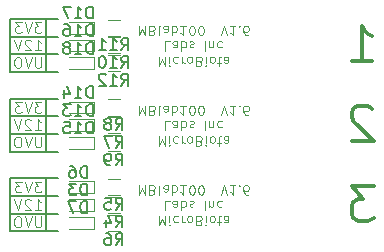
<source format=gbo>
G04 #@! TF.GenerationSoftware,KiCad,Pcbnew,(5.0.0)*
G04 #@! TF.CreationDate,2019-02-18T12:30:38-08:00*
G04 #@! TF.ProjectId,mlab100_LEDPCB_1.6,6D6C61623130305F4C45445043425F31,rev?*
G04 #@! TF.SameCoordinates,Original*
G04 #@! TF.FileFunction,Legend,Bot*
G04 #@! TF.FilePolarity,Positive*
%FSLAX46Y46*%
G04 Gerber Fmt 4.6, Leading zero omitted, Abs format (unit mm)*
G04 Created by KiCad (PCBNEW (5.0.0)) date 02/18/19 12:30:38*
%MOMM*%
%LPD*%
G01*
G04 APERTURE LIST*
%ADD10C,0.120000*%
%ADD11C,0.200000*%
%ADD12C,0.100000*%
%ADD13C,0.300000*%
%ADD14C,0.150000*%
G04 APERTURE END LIST*
D10*
X29114285Y-7787142D02*
X28557142Y-7787142D01*
X28857142Y-8130000D01*
X28728571Y-8130000D01*
X28642857Y-8172857D01*
X28600000Y-8215714D01*
X28557142Y-8301428D01*
X28557142Y-8515714D01*
X28600000Y-8601428D01*
X28642857Y-8644285D01*
X28728571Y-8687142D01*
X28985714Y-8687142D01*
X29071428Y-8644285D01*
X29114285Y-8601428D01*
X28300000Y-7787142D02*
X28000000Y-8687142D01*
X27700000Y-7787142D01*
X27485714Y-7787142D02*
X26928571Y-7787142D01*
X27228571Y-8130000D01*
X27100000Y-8130000D01*
X27014285Y-8172857D01*
X26971428Y-8215714D01*
X26928571Y-8301428D01*
X26928571Y-8515714D01*
X26971428Y-8601428D01*
X27014285Y-8644285D01*
X27100000Y-8687142D01*
X27357142Y-8687142D01*
X27442857Y-8644285D01*
X27485714Y-8601428D01*
X28557142Y-10157142D02*
X29071428Y-10157142D01*
X28814285Y-10157142D02*
X28814285Y-9257142D01*
X28900000Y-9385714D01*
X28985714Y-9471428D01*
X29071428Y-9514285D01*
X28214285Y-9342857D02*
X28171428Y-9300000D01*
X28085714Y-9257142D01*
X27871428Y-9257142D01*
X27785714Y-9300000D01*
X27742857Y-9342857D01*
X27700000Y-9428571D01*
X27700000Y-9514285D01*
X27742857Y-9642857D01*
X28257142Y-10157142D01*
X27700000Y-10157142D01*
X27442857Y-9257142D02*
X27142857Y-10157142D01*
X26842857Y-9257142D01*
X29114285Y-10727142D02*
X29114285Y-11455714D01*
X29071428Y-11541428D01*
X29028571Y-11584285D01*
X28942857Y-11627142D01*
X28771428Y-11627142D01*
X28685714Y-11584285D01*
X28642857Y-11541428D01*
X28600000Y-11455714D01*
X28600000Y-10727142D01*
X28300000Y-10727142D02*
X28000000Y-11627142D01*
X27700000Y-10727142D01*
X27228571Y-10727142D02*
X27057142Y-10727142D01*
X26971428Y-10770000D01*
X26885714Y-10855714D01*
X26842857Y-11027142D01*
X26842857Y-11327142D01*
X26885714Y-11498571D01*
X26971428Y-11584285D01*
X27057142Y-11627142D01*
X27228571Y-11627142D01*
X27314285Y-11584285D01*
X27400000Y-11498571D01*
X27442857Y-11327142D01*
X27442857Y-11027142D01*
X27400000Y-10855714D01*
X27314285Y-10770000D01*
X27228571Y-10727142D01*
D11*
X29500000Y-10500000D02*
X29500000Y-7500000D01*
X26500000Y-10500000D02*
X30500000Y-10500000D01*
X26500000Y-12000000D02*
X30500000Y-12000000D01*
X26500000Y-11750000D02*
X26500000Y-12000000D01*
X29500000Y-12000000D02*
X29500000Y-10500000D01*
X26500000Y-7500000D02*
X26500000Y-11750000D01*
X30500000Y-7500000D02*
X26500000Y-7500000D01*
X26500000Y-9000000D02*
X30500000Y-9000000D01*
D10*
X29114285Y-14537142D02*
X28557142Y-14537142D01*
X28857142Y-14880000D01*
X28728571Y-14880000D01*
X28642857Y-14922857D01*
X28600000Y-14965714D01*
X28557142Y-15051428D01*
X28557142Y-15265714D01*
X28600000Y-15351428D01*
X28642857Y-15394285D01*
X28728571Y-15437142D01*
X28985714Y-15437142D01*
X29071428Y-15394285D01*
X29114285Y-15351428D01*
X28300000Y-14537142D02*
X28000000Y-15437142D01*
X27700000Y-14537142D01*
X27485714Y-14537142D02*
X26928571Y-14537142D01*
X27228571Y-14880000D01*
X27100000Y-14880000D01*
X27014285Y-14922857D01*
X26971428Y-14965714D01*
X26928571Y-15051428D01*
X26928571Y-15265714D01*
X26971428Y-15351428D01*
X27014285Y-15394285D01*
X27100000Y-15437142D01*
X27357142Y-15437142D01*
X27442857Y-15394285D01*
X27485714Y-15351428D01*
X28557142Y-16907142D02*
X29071428Y-16907142D01*
X28814285Y-16907142D02*
X28814285Y-16007142D01*
X28900000Y-16135714D01*
X28985714Y-16221428D01*
X29071428Y-16264285D01*
X28214285Y-16092857D02*
X28171428Y-16050000D01*
X28085714Y-16007142D01*
X27871428Y-16007142D01*
X27785714Y-16050000D01*
X27742857Y-16092857D01*
X27700000Y-16178571D01*
X27700000Y-16264285D01*
X27742857Y-16392857D01*
X28257142Y-16907142D01*
X27700000Y-16907142D01*
X27442857Y-16007142D02*
X27142857Y-16907142D01*
X26842857Y-16007142D01*
X29114285Y-17477142D02*
X29114285Y-18205714D01*
X29071428Y-18291428D01*
X29028571Y-18334285D01*
X28942857Y-18377142D01*
X28771428Y-18377142D01*
X28685714Y-18334285D01*
X28642857Y-18291428D01*
X28600000Y-18205714D01*
X28600000Y-17477142D01*
X28300000Y-17477142D02*
X28000000Y-18377142D01*
X27700000Y-17477142D01*
X27228571Y-17477142D02*
X27057142Y-17477142D01*
X26971428Y-17520000D01*
X26885714Y-17605714D01*
X26842857Y-17777142D01*
X26842857Y-18077142D01*
X26885714Y-18248571D01*
X26971428Y-18334285D01*
X27057142Y-18377142D01*
X27228571Y-18377142D01*
X27314285Y-18334285D01*
X27400000Y-18248571D01*
X27442857Y-18077142D01*
X27442857Y-17777142D01*
X27400000Y-17605714D01*
X27314285Y-17520000D01*
X27228571Y-17477142D01*
D11*
X29500000Y-17250000D02*
X29500000Y-14250000D01*
X26500000Y-17250000D02*
X30500000Y-17250000D01*
X26500000Y-18750000D02*
X30500000Y-18750000D01*
X26500000Y-18500000D02*
X26500000Y-18750000D01*
X29500000Y-18750000D02*
X29500000Y-17250000D01*
X26500000Y-14250000D02*
X26500000Y-18500000D01*
X30500000Y-14250000D02*
X26500000Y-14250000D01*
X26500000Y-15750000D02*
X30500000Y-15750000D01*
X26500000Y-2250000D02*
X30500000Y-2250000D01*
X30500000Y-750000D02*
X26500000Y-750000D01*
X26500000Y-3750000D02*
X30500000Y-3750000D01*
X26500000Y-5250000D02*
X30500000Y-5250000D01*
D10*
X29114285Y-1037142D02*
X28557142Y-1037142D01*
X28857142Y-1380000D01*
X28728571Y-1380000D01*
X28642857Y-1422857D01*
X28600000Y-1465714D01*
X28557142Y-1551428D01*
X28557142Y-1765714D01*
X28600000Y-1851428D01*
X28642857Y-1894285D01*
X28728571Y-1937142D01*
X28985714Y-1937142D01*
X29071428Y-1894285D01*
X29114285Y-1851428D01*
X28300000Y-1037142D02*
X28000000Y-1937142D01*
X27700000Y-1037142D01*
X27485714Y-1037142D02*
X26928571Y-1037142D01*
X27228571Y-1380000D01*
X27100000Y-1380000D01*
X27014285Y-1422857D01*
X26971428Y-1465714D01*
X26928571Y-1551428D01*
X26928571Y-1765714D01*
X26971428Y-1851428D01*
X27014285Y-1894285D01*
X27100000Y-1937142D01*
X27357142Y-1937142D01*
X27442857Y-1894285D01*
X27485714Y-1851428D01*
X28557142Y-3407142D02*
X29071428Y-3407142D01*
X28814285Y-3407142D02*
X28814285Y-2507142D01*
X28900000Y-2635714D01*
X28985714Y-2721428D01*
X29071428Y-2764285D01*
X28214285Y-2592857D02*
X28171428Y-2550000D01*
X28085714Y-2507142D01*
X27871428Y-2507142D01*
X27785714Y-2550000D01*
X27742857Y-2592857D01*
X27700000Y-2678571D01*
X27700000Y-2764285D01*
X27742857Y-2892857D01*
X28257142Y-3407142D01*
X27700000Y-3407142D01*
X27442857Y-2507142D02*
X27142857Y-3407142D01*
X26842857Y-2507142D01*
X29114285Y-3977142D02*
X29114285Y-4705714D01*
X29071428Y-4791428D01*
X29028571Y-4834285D01*
X28942857Y-4877142D01*
X28771428Y-4877142D01*
X28685714Y-4834285D01*
X28642857Y-4791428D01*
X28600000Y-4705714D01*
X28600000Y-3977142D01*
X28300000Y-3977142D02*
X28000000Y-4877142D01*
X27700000Y-3977142D01*
X27228571Y-3977142D02*
X27057142Y-3977142D01*
X26971428Y-4020000D01*
X26885714Y-4105714D01*
X26842857Y-4277142D01*
X26842857Y-4577142D01*
X26885714Y-4748571D01*
X26971428Y-4834285D01*
X27057142Y-4877142D01*
X27228571Y-4877142D01*
X27314285Y-4834285D01*
X27400000Y-4748571D01*
X27442857Y-4577142D01*
X27442857Y-4277142D01*
X27400000Y-4105714D01*
X27314285Y-4020000D01*
X27228571Y-3977142D01*
D11*
X26500000Y-5000000D02*
X26500000Y-5250000D01*
X29500000Y-5250000D02*
X29500000Y-3750000D01*
X26500000Y-750000D02*
X26500000Y-5000000D01*
X29500000Y-3750000D02*
X29500000Y-750000D01*
D12*
X39047619Y-17438095D02*
X39047619Y-18238095D01*
X39314285Y-17666666D01*
X39580952Y-18238095D01*
X39580952Y-17438095D01*
X39961904Y-17438095D02*
X39961904Y-17971428D01*
X39961904Y-18238095D02*
X39923809Y-18200000D01*
X39961904Y-18161904D01*
X40000000Y-18200000D01*
X39961904Y-18238095D01*
X39961904Y-18161904D01*
X40685714Y-17476190D02*
X40609523Y-17438095D01*
X40457142Y-17438095D01*
X40380952Y-17476190D01*
X40342857Y-17514285D01*
X40304761Y-17590476D01*
X40304761Y-17819047D01*
X40342857Y-17895238D01*
X40380952Y-17933333D01*
X40457142Y-17971428D01*
X40609523Y-17971428D01*
X40685714Y-17933333D01*
X41028571Y-17438095D02*
X41028571Y-17971428D01*
X41028571Y-17819047D02*
X41066666Y-17895238D01*
X41104761Y-17933333D01*
X41180952Y-17971428D01*
X41257142Y-17971428D01*
X41638095Y-17438095D02*
X41561904Y-17476190D01*
X41523809Y-17514285D01*
X41485714Y-17590476D01*
X41485714Y-17819047D01*
X41523809Y-17895238D01*
X41561904Y-17933333D01*
X41638095Y-17971428D01*
X41752380Y-17971428D01*
X41828571Y-17933333D01*
X41866666Y-17895238D01*
X41904761Y-17819047D01*
X41904761Y-17590476D01*
X41866666Y-17514285D01*
X41828571Y-17476190D01*
X41752380Y-17438095D01*
X41638095Y-17438095D01*
X42514285Y-17857142D02*
X42628571Y-17819047D01*
X42666666Y-17780952D01*
X42704761Y-17704761D01*
X42704761Y-17590476D01*
X42666666Y-17514285D01*
X42628571Y-17476190D01*
X42552380Y-17438095D01*
X42247619Y-17438095D01*
X42247619Y-18238095D01*
X42514285Y-18238095D01*
X42590476Y-18200000D01*
X42628571Y-18161904D01*
X42666666Y-18085714D01*
X42666666Y-18009523D01*
X42628571Y-17933333D01*
X42590476Y-17895238D01*
X42514285Y-17857142D01*
X42247619Y-17857142D01*
X43047619Y-17438095D02*
X43047619Y-17971428D01*
X43047619Y-18238095D02*
X43009523Y-18200000D01*
X43047619Y-18161904D01*
X43085714Y-18200000D01*
X43047619Y-18238095D01*
X43047619Y-18161904D01*
X43542857Y-17438095D02*
X43466666Y-17476190D01*
X43428571Y-17514285D01*
X43390476Y-17590476D01*
X43390476Y-17819047D01*
X43428571Y-17895238D01*
X43466666Y-17933333D01*
X43542857Y-17971428D01*
X43657142Y-17971428D01*
X43733333Y-17933333D01*
X43771428Y-17895238D01*
X43809523Y-17819047D01*
X43809523Y-17590476D01*
X43771428Y-17514285D01*
X43733333Y-17476190D01*
X43657142Y-17438095D01*
X43542857Y-17438095D01*
X44038095Y-17971428D02*
X44342857Y-17971428D01*
X44152380Y-18238095D02*
X44152380Y-17552380D01*
X44190476Y-17476190D01*
X44266666Y-17438095D01*
X44342857Y-17438095D01*
X44952380Y-17438095D02*
X44952380Y-17857142D01*
X44914285Y-17933333D01*
X44838095Y-17971428D01*
X44685714Y-17971428D01*
X44609523Y-17933333D01*
X44952380Y-17476190D02*
X44876190Y-17438095D01*
X44685714Y-17438095D01*
X44609523Y-17476190D01*
X44571428Y-17552380D01*
X44571428Y-17628571D01*
X44609523Y-17704761D01*
X44685714Y-17742857D01*
X44876190Y-17742857D01*
X44952380Y-17780952D01*
X40000000Y-16138095D02*
X39619047Y-16138095D01*
X39619047Y-16938095D01*
X40609523Y-16138095D02*
X40609523Y-16557142D01*
X40571428Y-16633333D01*
X40495238Y-16671428D01*
X40342857Y-16671428D01*
X40266666Y-16633333D01*
X40609523Y-16176190D02*
X40533333Y-16138095D01*
X40342857Y-16138095D01*
X40266666Y-16176190D01*
X40228571Y-16252380D01*
X40228571Y-16328571D01*
X40266666Y-16404761D01*
X40342857Y-16442857D01*
X40533333Y-16442857D01*
X40609523Y-16480952D01*
X40990476Y-16138095D02*
X40990476Y-16938095D01*
X40990476Y-16633333D02*
X41066666Y-16671428D01*
X41219047Y-16671428D01*
X41295238Y-16633333D01*
X41333333Y-16595238D01*
X41371428Y-16519047D01*
X41371428Y-16290476D01*
X41333333Y-16214285D01*
X41295238Y-16176190D01*
X41219047Y-16138095D01*
X41066666Y-16138095D01*
X40990476Y-16176190D01*
X41676190Y-16176190D02*
X41752380Y-16138095D01*
X41904761Y-16138095D01*
X41980952Y-16176190D01*
X42019047Y-16252380D01*
X42019047Y-16290476D01*
X41980952Y-16366666D01*
X41904761Y-16404761D01*
X41790476Y-16404761D01*
X41714285Y-16442857D01*
X41676190Y-16519047D01*
X41676190Y-16557142D01*
X41714285Y-16633333D01*
X41790476Y-16671428D01*
X41904761Y-16671428D01*
X41980952Y-16633333D01*
X42971428Y-16138095D02*
X42971428Y-16938095D01*
X43352380Y-16671428D02*
X43352380Y-16138095D01*
X43352380Y-16595238D02*
X43390476Y-16633333D01*
X43466666Y-16671428D01*
X43580952Y-16671428D01*
X43657142Y-16633333D01*
X43695238Y-16557142D01*
X43695238Y-16138095D01*
X44419047Y-16176190D02*
X44342857Y-16138095D01*
X44190476Y-16138095D01*
X44114285Y-16176190D01*
X44076190Y-16214285D01*
X44038095Y-16290476D01*
X44038095Y-16519047D01*
X44076190Y-16595238D01*
X44114285Y-16633333D01*
X44190476Y-16671428D01*
X44342857Y-16671428D01*
X44419047Y-16633333D01*
X37352380Y-14838095D02*
X37352380Y-15638095D01*
X37619047Y-15066666D01*
X37885714Y-15638095D01*
X37885714Y-14838095D01*
X38533333Y-15257142D02*
X38647619Y-15219047D01*
X38685714Y-15180952D01*
X38723809Y-15104761D01*
X38723809Y-14990476D01*
X38685714Y-14914285D01*
X38647619Y-14876190D01*
X38571428Y-14838095D01*
X38266666Y-14838095D01*
X38266666Y-15638095D01*
X38533333Y-15638095D01*
X38609523Y-15600000D01*
X38647619Y-15561904D01*
X38685714Y-15485714D01*
X38685714Y-15409523D01*
X38647619Y-15333333D01*
X38609523Y-15295238D01*
X38533333Y-15257142D01*
X38266666Y-15257142D01*
X39180952Y-14838095D02*
X39104761Y-14876190D01*
X39066666Y-14952380D01*
X39066666Y-15638095D01*
X39828571Y-14838095D02*
X39828571Y-15257142D01*
X39790476Y-15333333D01*
X39714285Y-15371428D01*
X39561904Y-15371428D01*
X39485714Y-15333333D01*
X39828571Y-14876190D02*
X39752380Y-14838095D01*
X39561904Y-14838095D01*
X39485714Y-14876190D01*
X39447619Y-14952380D01*
X39447619Y-15028571D01*
X39485714Y-15104761D01*
X39561904Y-15142857D01*
X39752380Y-15142857D01*
X39828571Y-15180952D01*
X40209523Y-14838095D02*
X40209523Y-15638095D01*
X40209523Y-15333333D02*
X40285714Y-15371428D01*
X40438095Y-15371428D01*
X40514285Y-15333333D01*
X40552380Y-15295238D01*
X40590476Y-15219047D01*
X40590476Y-14990476D01*
X40552380Y-14914285D01*
X40514285Y-14876190D01*
X40438095Y-14838095D01*
X40285714Y-14838095D01*
X40209523Y-14876190D01*
X41352380Y-14838095D02*
X40895238Y-14838095D01*
X41123809Y-14838095D02*
X41123809Y-15638095D01*
X41047619Y-15523809D01*
X40971428Y-15447619D01*
X40895238Y-15409523D01*
X41847619Y-15638095D02*
X41923809Y-15638095D01*
X42000000Y-15600000D01*
X42038095Y-15561904D01*
X42076190Y-15485714D01*
X42114285Y-15333333D01*
X42114285Y-15142857D01*
X42076190Y-14990476D01*
X42038095Y-14914285D01*
X42000000Y-14876190D01*
X41923809Y-14838095D01*
X41847619Y-14838095D01*
X41771428Y-14876190D01*
X41733333Y-14914285D01*
X41695238Y-14990476D01*
X41657142Y-15142857D01*
X41657142Y-15333333D01*
X41695238Y-15485714D01*
X41733333Y-15561904D01*
X41771428Y-15600000D01*
X41847619Y-15638095D01*
X42609523Y-15638095D02*
X42685714Y-15638095D01*
X42761904Y-15600000D01*
X42800000Y-15561904D01*
X42838095Y-15485714D01*
X42876190Y-15333333D01*
X42876190Y-15142857D01*
X42838095Y-14990476D01*
X42800000Y-14914285D01*
X42761904Y-14876190D01*
X42685714Y-14838095D01*
X42609523Y-14838095D01*
X42533333Y-14876190D01*
X42495238Y-14914285D01*
X42457142Y-14990476D01*
X42419047Y-15142857D01*
X42419047Y-15333333D01*
X42457142Y-15485714D01*
X42495238Y-15561904D01*
X42533333Y-15600000D01*
X42609523Y-15638095D01*
X44323809Y-15638095D02*
X44590476Y-14838095D01*
X44857142Y-15638095D01*
X45542857Y-14838095D02*
X45085714Y-14838095D01*
X45314285Y-14838095D02*
X45314285Y-15638095D01*
X45238095Y-15523809D01*
X45161904Y-15447619D01*
X45085714Y-15409523D01*
X45885714Y-14914285D02*
X45923809Y-14876190D01*
X45885714Y-14838095D01*
X45847619Y-14876190D01*
X45885714Y-14914285D01*
X45885714Y-14838095D01*
X46609523Y-15638095D02*
X46457142Y-15638095D01*
X46380952Y-15600000D01*
X46342857Y-15561904D01*
X46266666Y-15447619D01*
X46228571Y-15295238D01*
X46228571Y-14990476D01*
X46266666Y-14914285D01*
X46304761Y-14876190D01*
X46380952Y-14838095D01*
X46533333Y-14838095D01*
X46609523Y-14876190D01*
X46647619Y-14914285D01*
X46685714Y-14990476D01*
X46685714Y-15180952D01*
X46647619Y-15257142D01*
X46609523Y-15295238D01*
X46533333Y-15333333D01*
X46380952Y-15333333D01*
X46304761Y-15295238D01*
X46266666Y-15257142D01*
X46228571Y-15180952D01*
X39047619Y-10688095D02*
X39047619Y-11488095D01*
X39314285Y-10916666D01*
X39580952Y-11488095D01*
X39580952Y-10688095D01*
X39961904Y-10688095D02*
X39961904Y-11221428D01*
X39961904Y-11488095D02*
X39923809Y-11450000D01*
X39961904Y-11411904D01*
X40000000Y-11450000D01*
X39961904Y-11488095D01*
X39961904Y-11411904D01*
X40685714Y-10726190D02*
X40609523Y-10688095D01*
X40457142Y-10688095D01*
X40380952Y-10726190D01*
X40342857Y-10764285D01*
X40304761Y-10840476D01*
X40304761Y-11069047D01*
X40342857Y-11145238D01*
X40380952Y-11183333D01*
X40457142Y-11221428D01*
X40609523Y-11221428D01*
X40685714Y-11183333D01*
X41028571Y-10688095D02*
X41028571Y-11221428D01*
X41028571Y-11069047D02*
X41066666Y-11145238D01*
X41104761Y-11183333D01*
X41180952Y-11221428D01*
X41257142Y-11221428D01*
X41638095Y-10688095D02*
X41561904Y-10726190D01*
X41523809Y-10764285D01*
X41485714Y-10840476D01*
X41485714Y-11069047D01*
X41523809Y-11145238D01*
X41561904Y-11183333D01*
X41638095Y-11221428D01*
X41752380Y-11221428D01*
X41828571Y-11183333D01*
X41866666Y-11145238D01*
X41904761Y-11069047D01*
X41904761Y-10840476D01*
X41866666Y-10764285D01*
X41828571Y-10726190D01*
X41752380Y-10688095D01*
X41638095Y-10688095D01*
X42514285Y-11107142D02*
X42628571Y-11069047D01*
X42666666Y-11030952D01*
X42704761Y-10954761D01*
X42704761Y-10840476D01*
X42666666Y-10764285D01*
X42628571Y-10726190D01*
X42552380Y-10688095D01*
X42247619Y-10688095D01*
X42247619Y-11488095D01*
X42514285Y-11488095D01*
X42590476Y-11450000D01*
X42628571Y-11411904D01*
X42666666Y-11335714D01*
X42666666Y-11259523D01*
X42628571Y-11183333D01*
X42590476Y-11145238D01*
X42514285Y-11107142D01*
X42247619Y-11107142D01*
X43047619Y-10688095D02*
X43047619Y-11221428D01*
X43047619Y-11488095D02*
X43009523Y-11450000D01*
X43047619Y-11411904D01*
X43085714Y-11450000D01*
X43047619Y-11488095D01*
X43047619Y-11411904D01*
X43542857Y-10688095D02*
X43466666Y-10726190D01*
X43428571Y-10764285D01*
X43390476Y-10840476D01*
X43390476Y-11069047D01*
X43428571Y-11145238D01*
X43466666Y-11183333D01*
X43542857Y-11221428D01*
X43657142Y-11221428D01*
X43733333Y-11183333D01*
X43771428Y-11145238D01*
X43809523Y-11069047D01*
X43809523Y-10840476D01*
X43771428Y-10764285D01*
X43733333Y-10726190D01*
X43657142Y-10688095D01*
X43542857Y-10688095D01*
X44038095Y-11221428D02*
X44342857Y-11221428D01*
X44152380Y-11488095D02*
X44152380Y-10802380D01*
X44190476Y-10726190D01*
X44266666Y-10688095D01*
X44342857Y-10688095D01*
X44952380Y-10688095D02*
X44952380Y-11107142D01*
X44914285Y-11183333D01*
X44838095Y-11221428D01*
X44685714Y-11221428D01*
X44609523Y-11183333D01*
X44952380Y-10726190D02*
X44876190Y-10688095D01*
X44685714Y-10688095D01*
X44609523Y-10726190D01*
X44571428Y-10802380D01*
X44571428Y-10878571D01*
X44609523Y-10954761D01*
X44685714Y-10992857D01*
X44876190Y-10992857D01*
X44952380Y-11030952D01*
X40000000Y-9388095D02*
X39619047Y-9388095D01*
X39619047Y-10188095D01*
X40609523Y-9388095D02*
X40609523Y-9807142D01*
X40571428Y-9883333D01*
X40495238Y-9921428D01*
X40342857Y-9921428D01*
X40266666Y-9883333D01*
X40609523Y-9426190D02*
X40533333Y-9388095D01*
X40342857Y-9388095D01*
X40266666Y-9426190D01*
X40228571Y-9502380D01*
X40228571Y-9578571D01*
X40266666Y-9654761D01*
X40342857Y-9692857D01*
X40533333Y-9692857D01*
X40609523Y-9730952D01*
X40990476Y-9388095D02*
X40990476Y-10188095D01*
X40990476Y-9883333D02*
X41066666Y-9921428D01*
X41219047Y-9921428D01*
X41295238Y-9883333D01*
X41333333Y-9845238D01*
X41371428Y-9769047D01*
X41371428Y-9540476D01*
X41333333Y-9464285D01*
X41295238Y-9426190D01*
X41219047Y-9388095D01*
X41066666Y-9388095D01*
X40990476Y-9426190D01*
X41676190Y-9426190D02*
X41752380Y-9388095D01*
X41904761Y-9388095D01*
X41980952Y-9426190D01*
X42019047Y-9502380D01*
X42019047Y-9540476D01*
X41980952Y-9616666D01*
X41904761Y-9654761D01*
X41790476Y-9654761D01*
X41714285Y-9692857D01*
X41676190Y-9769047D01*
X41676190Y-9807142D01*
X41714285Y-9883333D01*
X41790476Y-9921428D01*
X41904761Y-9921428D01*
X41980952Y-9883333D01*
X42971428Y-9388095D02*
X42971428Y-10188095D01*
X43352380Y-9921428D02*
X43352380Y-9388095D01*
X43352380Y-9845238D02*
X43390476Y-9883333D01*
X43466666Y-9921428D01*
X43580952Y-9921428D01*
X43657142Y-9883333D01*
X43695238Y-9807142D01*
X43695238Y-9388095D01*
X44419047Y-9426190D02*
X44342857Y-9388095D01*
X44190476Y-9388095D01*
X44114285Y-9426190D01*
X44076190Y-9464285D01*
X44038095Y-9540476D01*
X44038095Y-9769047D01*
X44076190Y-9845238D01*
X44114285Y-9883333D01*
X44190476Y-9921428D01*
X44342857Y-9921428D01*
X44419047Y-9883333D01*
X37352380Y-8088095D02*
X37352380Y-8888095D01*
X37619047Y-8316666D01*
X37885714Y-8888095D01*
X37885714Y-8088095D01*
X38533333Y-8507142D02*
X38647619Y-8469047D01*
X38685714Y-8430952D01*
X38723809Y-8354761D01*
X38723809Y-8240476D01*
X38685714Y-8164285D01*
X38647619Y-8126190D01*
X38571428Y-8088095D01*
X38266666Y-8088095D01*
X38266666Y-8888095D01*
X38533333Y-8888095D01*
X38609523Y-8850000D01*
X38647619Y-8811904D01*
X38685714Y-8735714D01*
X38685714Y-8659523D01*
X38647619Y-8583333D01*
X38609523Y-8545238D01*
X38533333Y-8507142D01*
X38266666Y-8507142D01*
X39180952Y-8088095D02*
X39104761Y-8126190D01*
X39066666Y-8202380D01*
X39066666Y-8888095D01*
X39828571Y-8088095D02*
X39828571Y-8507142D01*
X39790476Y-8583333D01*
X39714285Y-8621428D01*
X39561904Y-8621428D01*
X39485714Y-8583333D01*
X39828571Y-8126190D02*
X39752380Y-8088095D01*
X39561904Y-8088095D01*
X39485714Y-8126190D01*
X39447619Y-8202380D01*
X39447619Y-8278571D01*
X39485714Y-8354761D01*
X39561904Y-8392857D01*
X39752380Y-8392857D01*
X39828571Y-8430952D01*
X40209523Y-8088095D02*
X40209523Y-8888095D01*
X40209523Y-8583333D02*
X40285714Y-8621428D01*
X40438095Y-8621428D01*
X40514285Y-8583333D01*
X40552380Y-8545238D01*
X40590476Y-8469047D01*
X40590476Y-8240476D01*
X40552380Y-8164285D01*
X40514285Y-8126190D01*
X40438095Y-8088095D01*
X40285714Y-8088095D01*
X40209523Y-8126190D01*
X41352380Y-8088095D02*
X40895238Y-8088095D01*
X41123809Y-8088095D02*
X41123809Y-8888095D01*
X41047619Y-8773809D01*
X40971428Y-8697619D01*
X40895238Y-8659523D01*
X41847619Y-8888095D02*
X41923809Y-8888095D01*
X42000000Y-8850000D01*
X42038095Y-8811904D01*
X42076190Y-8735714D01*
X42114285Y-8583333D01*
X42114285Y-8392857D01*
X42076190Y-8240476D01*
X42038095Y-8164285D01*
X42000000Y-8126190D01*
X41923809Y-8088095D01*
X41847619Y-8088095D01*
X41771428Y-8126190D01*
X41733333Y-8164285D01*
X41695238Y-8240476D01*
X41657142Y-8392857D01*
X41657142Y-8583333D01*
X41695238Y-8735714D01*
X41733333Y-8811904D01*
X41771428Y-8850000D01*
X41847619Y-8888095D01*
X42609523Y-8888095D02*
X42685714Y-8888095D01*
X42761904Y-8850000D01*
X42800000Y-8811904D01*
X42838095Y-8735714D01*
X42876190Y-8583333D01*
X42876190Y-8392857D01*
X42838095Y-8240476D01*
X42800000Y-8164285D01*
X42761904Y-8126190D01*
X42685714Y-8088095D01*
X42609523Y-8088095D01*
X42533333Y-8126190D01*
X42495238Y-8164285D01*
X42457142Y-8240476D01*
X42419047Y-8392857D01*
X42419047Y-8583333D01*
X42457142Y-8735714D01*
X42495238Y-8811904D01*
X42533333Y-8850000D01*
X42609523Y-8888095D01*
X44323809Y-8888095D02*
X44590476Y-8088095D01*
X44857142Y-8888095D01*
X45542857Y-8088095D02*
X45085714Y-8088095D01*
X45314285Y-8088095D02*
X45314285Y-8888095D01*
X45238095Y-8773809D01*
X45161904Y-8697619D01*
X45085714Y-8659523D01*
X45885714Y-8164285D02*
X45923809Y-8126190D01*
X45885714Y-8088095D01*
X45847619Y-8126190D01*
X45885714Y-8164285D01*
X45885714Y-8088095D01*
X46609523Y-8888095D02*
X46457142Y-8888095D01*
X46380952Y-8850000D01*
X46342857Y-8811904D01*
X46266666Y-8697619D01*
X46228571Y-8545238D01*
X46228571Y-8240476D01*
X46266666Y-8164285D01*
X46304761Y-8126190D01*
X46380952Y-8088095D01*
X46533333Y-8088095D01*
X46609523Y-8126190D01*
X46647619Y-8164285D01*
X46685714Y-8240476D01*
X46685714Y-8430952D01*
X46647619Y-8507142D01*
X46609523Y-8545238D01*
X46533333Y-8583333D01*
X46380952Y-8583333D01*
X46304761Y-8545238D01*
X46266666Y-8507142D01*
X46228571Y-8430952D01*
D13*
X57250000Y-14857142D02*
X55392857Y-14857142D01*
X56392857Y-16000000D01*
X55964285Y-16000000D01*
X55678571Y-16142857D01*
X55535714Y-16285714D01*
X55392857Y-16571428D01*
X55392857Y-17285714D01*
X55535714Y-17571428D01*
X55678571Y-17714285D01*
X55964285Y-17857142D01*
X56821428Y-17857142D01*
X57107142Y-17714285D01*
X57250000Y-17571428D01*
X57107142Y-8392857D02*
X56964285Y-8250000D01*
X56678571Y-8107142D01*
X55964285Y-8107142D01*
X55678571Y-8250000D01*
X55535714Y-8392857D01*
X55392857Y-8678571D01*
X55392857Y-8964285D01*
X55535714Y-9392857D01*
X57250000Y-11107142D01*
X55392857Y-11107142D01*
X55392857Y-4357142D02*
X57107142Y-4357142D01*
X56250000Y-4357142D02*
X56250000Y-1357142D01*
X56535714Y-1785714D01*
X56821428Y-2071428D01*
X57107142Y-2214285D01*
D12*
X39047619Y-3938095D02*
X39047619Y-4738095D01*
X39314285Y-4166666D01*
X39580952Y-4738095D01*
X39580952Y-3938095D01*
X39961904Y-3938095D02*
X39961904Y-4471428D01*
X39961904Y-4738095D02*
X39923809Y-4700000D01*
X39961904Y-4661904D01*
X40000000Y-4700000D01*
X39961904Y-4738095D01*
X39961904Y-4661904D01*
X40685714Y-3976190D02*
X40609523Y-3938095D01*
X40457142Y-3938095D01*
X40380952Y-3976190D01*
X40342857Y-4014285D01*
X40304761Y-4090476D01*
X40304761Y-4319047D01*
X40342857Y-4395238D01*
X40380952Y-4433333D01*
X40457142Y-4471428D01*
X40609523Y-4471428D01*
X40685714Y-4433333D01*
X41028571Y-3938095D02*
X41028571Y-4471428D01*
X41028571Y-4319047D02*
X41066666Y-4395238D01*
X41104761Y-4433333D01*
X41180952Y-4471428D01*
X41257142Y-4471428D01*
X41638095Y-3938095D02*
X41561904Y-3976190D01*
X41523809Y-4014285D01*
X41485714Y-4090476D01*
X41485714Y-4319047D01*
X41523809Y-4395238D01*
X41561904Y-4433333D01*
X41638095Y-4471428D01*
X41752380Y-4471428D01*
X41828571Y-4433333D01*
X41866666Y-4395238D01*
X41904761Y-4319047D01*
X41904761Y-4090476D01*
X41866666Y-4014285D01*
X41828571Y-3976190D01*
X41752380Y-3938095D01*
X41638095Y-3938095D01*
X42514285Y-4357142D02*
X42628571Y-4319047D01*
X42666666Y-4280952D01*
X42704761Y-4204761D01*
X42704761Y-4090476D01*
X42666666Y-4014285D01*
X42628571Y-3976190D01*
X42552380Y-3938095D01*
X42247619Y-3938095D01*
X42247619Y-4738095D01*
X42514285Y-4738095D01*
X42590476Y-4700000D01*
X42628571Y-4661904D01*
X42666666Y-4585714D01*
X42666666Y-4509523D01*
X42628571Y-4433333D01*
X42590476Y-4395238D01*
X42514285Y-4357142D01*
X42247619Y-4357142D01*
X43047619Y-3938095D02*
X43047619Y-4471428D01*
X43047619Y-4738095D02*
X43009523Y-4700000D01*
X43047619Y-4661904D01*
X43085714Y-4700000D01*
X43047619Y-4738095D01*
X43047619Y-4661904D01*
X43542857Y-3938095D02*
X43466666Y-3976190D01*
X43428571Y-4014285D01*
X43390476Y-4090476D01*
X43390476Y-4319047D01*
X43428571Y-4395238D01*
X43466666Y-4433333D01*
X43542857Y-4471428D01*
X43657142Y-4471428D01*
X43733333Y-4433333D01*
X43771428Y-4395238D01*
X43809523Y-4319047D01*
X43809523Y-4090476D01*
X43771428Y-4014285D01*
X43733333Y-3976190D01*
X43657142Y-3938095D01*
X43542857Y-3938095D01*
X44038095Y-4471428D02*
X44342857Y-4471428D01*
X44152380Y-4738095D02*
X44152380Y-4052380D01*
X44190476Y-3976190D01*
X44266666Y-3938095D01*
X44342857Y-3938095D01*
X44952380Y-3938095D02*
X44952380Y-4357142D01*
X44914285Y-4433333D01*
X44838095Y-4471428D01*
X44685714Y-4471428D01*
X44609523Y-4433333D01*
X44952380Y-3976190D02*
X44876190Y-3938095D01*
X44685714Y-3938095D01*
X44609523Y-3976190D01*
X44571428Y-4052380D01*
X44571428Y-4128571D01*
X44609523Y-4204761D01*
X44685714Y-4242857D01*
X44876190Y-4242857D01*
X44952380Y-4280952D01*
X40000000Y-2638095D02*
X39619047Y-2638095D01*
X39619047Y-3438095D01*
X40609523Y-2638095D02*
X40609523Y-3057142D01*
X40571428Y-3133333D01*
X40495238Y-3171428D01*
X40342857Y-3171428D01*
X40266666Y-3133333D01*
X40609523Y-2676190D02*
X40533333Y-2638095D01*
X40342857Y-2638095D01*
X40266666Y-2676190D01*
X40228571Y-2752380D01*
X40228571Y-2828571D01*
X40266666Y-2904761D01*
X40342857Y-2942857D01*
X40533333Y-2942857D01*
X40609523Y-2980952D01*
X40990476Y-2638095D02*
X40990476Y-3438095D01*
X40990476Y-3133333D02*
X41066666Y-3171428D01*
X41219047Y-3171428D01*
X41295238Y-3133333D01*
X41333333Y-3095238D01*
X41371428Y-3019047D01*
X41371428Y-2790476D01*
X41333333Y-2714285D01*
X41295238Y-2676190D01*
X41219047Y-2638095D01*
X41066666Y-2638095D01*
X40990476Y-2676190D01*
X41676190Y-2676190D02*
X41752380Y-2638095D01*
X41904761Y-2638095D01*
X41980952Y-2676190D01*
X42019047Y-2752380D01*
X42019047Y-2790476D01*
X41980952Y-2866666D01*
X41904761Y-2904761D01*
X41790476Y-2904761D01*
X41714285Y-2942857D01*
X41676190Y-3019047D01*
X41676190Y-3057142D01*
X41714285Y-3133333D01*
X41790476Y-3171428D01*
X41904761Y-3171428D01*
X41980952Y-3133333D01*
X42971428Y-2638095D02*
X42971428Y-3438095D01*
X43352380Y-3171428D02*
X43352380Y-2638095D01*
X43352380Y-3095238D02*
X43390476Y-3133333D01*
X43466666Y-3171428D01*
X43580952Y-3171428D01*
X43657142Y-3133333D01*
X43695238Y-3057142D01*
X43695238Y-2638095D01*
X44419047Y-2676190D02*
X44342857Y-2638095D01*
X44190476Y-2638095D01*
X44114285Y-2676190D01*
X44076190Y-2714285D01*
X44038095Y-2790476D01*
X44038095Y-3019047D01*
X44076190Y-3095238D01*
X44114285Y-3133333D01*
X44190476Y-3171428D01*
X44342857Y-3171428D01*
X44419047Y-3133333D01*
X37352380Y-1338095D02*
X37352380Y-2138095D01*
X37619047Y-1566666D01*
X37885714Y-2138095D01*
X37885714Y-1338095D01*
X38533333Y-1757142D02*
X38647619Y-1719047D01*
X38685714Y-1680952D01*
X38723809Y-1604761D01*
X38723809Y-1490476D01*
X38685714Y-1414285D01*
X38647619Y-1376190D01*
X38571428Y-1338095D01*
X38266666Y-1338095D01*
X38266666Y-2138095D01*
X38533333Y-2138095D01*
X38609523Y-2099999D01*
X38647619Y-2061904D01*
X38685714Y-1985714D01*
X38685714Y-1909523D01*
X38647619Y-1833333D01*
X38609523Y-1795238D01*
X38533333Y-1757142D01*
X38266666Y-1757142D01*
X39180952Y-1338095D02*
X39104761Y-1376190D01*
X39066666Y-1452380D01*
X39066666Y-2138095D01*
X39828571Y-1338095D02*
X39828571Y-1757142D01*
X39790476Y-1833333D01*
X39714285Y-1871428D01*
X39561904Y-1871428D01*
X39485714Y-1833333D01*
X39828571Y-1376190D02*
X39752380Y-1338095D01*
X39561904Y-1338095D01*
X39485714Y-1376190D01*
X39447619Y-1452380D01*
X39447619Y-1528571D01*
X39485714Y-1604761D01*
X39561904Y-1642857D01*
X39752380Y-1642857D01*
X39828571Y-1680952D01*
X40209523Y-1338095D02*
X40209523Y-2138095D01*
X40209523Y-1833333D02*
X40285714Y-1871428D01*
X40438095Y-1871428D01*
X40514285Y-1833333D01*
X40552380Y-1795238D01*
X40590476Y-1719047D01*
X40590476Y-1490476D01*
X40552380Y-1414285D01*
X40514285Y-1376190D01*
X40438095Y-1338095D01*
X40285714Y-1338095D01*
X40209523Y-1376190D01*
X41352380Y-1338095D02*
X40895238Y-1338095D01*
X41123809Y-1338095D02*
X41123809Y-2138095D01*
X41047619Y-2023809D01*
X40971428Y-1947619D01*
X40895238Y-1909523D01*
X41847619Y-2138095D02*
X41923809Y-2138095D01*
X42000000Y-2100000D01*
X42038095Y-2061904D01*
X42076190Y-1985714D01*
X42114285Y-1833333D01*
X42114285Y-1642857D01*
X42076190Y-1490476D01*
X42038095Y-1414285D01*
X42000000Y-1376190D01*
X41923809Y-1338095D01*
X41847619Y-1338095D01*
X41771428Y-1376190D01*
X41733333Y-1414285D01*
X41695238Y-1490476D01*
X41657142Y-1642857D01*
X41657142Y-1833333D01*
X41695238Y-1985714D01*
X41733333Y-2061904D01*
X41771428Y-2100000D01*
X41847619Y-2138095D01*
X42609523Y-2138095D02*
X42685714Y-2138095D01*
X42761904Y-2100000D01*
X42800000Y-2061904D01*
X42838095Y-1985714D01*
X42876190Y-1833333D01*
X42876190Y-1642857D01*
X42838095Y-1490476D01*
X42800000Y-1414285D01*
X42761904Y-1376190D01*
X42685714Y-1338095D01*
X42609523Y-1338095D01*
X42533333Y-1376190D01*
X42495238Y-1414285D01*
X42457142Y-1490476D01*
X42419047Y-1642857D01*
X42419047Y-1833333D01*
X42457142Y-1985714D01*
X42495238Y-2061904D01*
X42533333Y-2100000D01*
X42609523Y-2138095D01*
X44323809Y-2138095D02*
X44590476Y-1338095D01*
X44857142Y-2138095D01*
X45542857Y-1338095D02*
X45085714Y-1338095D01*
X45314285Y-1338095D02*
X45314285Y-2138095D01*
X45238095Y-2023809D01*
X45161904Y-1947619D01*
X45085714Y-1909523D01*
X45885714Y-1414285D02*
X45923809Y-1376190D01*
X45885714Y-1338095D01*
X45847619Y-1376190D01*
X45885714Y-1414285D01*
X45885714Y-1338095D01*
X46609523Y-2138095D02*
X46457142Y-2138095D01*
X46380952Y-2100000D01*
X46342857Y-2061904D01*
X46266666Y-1947619D01*
X46228571Y-1795238D01*
X46228571Y-1490476D01*
X46266666Y-1414285D01*
X46304761Y-1376190D01*
X46380952Y-1338095D01*
X46533333Y-1338095D01*
X46609523Y-1376190D01*
X46647619Y-1414285D01*
X46685714Y-1490476D01*
X46685714Y-1680952D01*
X46647619Y-1757142D01*
X46609523Y-1795238D01*
X46533333Y-1833333D01*
X46380952Y-1833333D01*
X46304761Y-1795238D01*
X46266666Y-1757142D01*
X46228571Y-1680952D01*
D10*
G04 #@! TO.C,D3*
X33550000Y-16000000D02*
X33550000Y-17000000D01*
X33550000Y-17000000D02*
X31450000Y-17000000D01*
X33550000Y-16000000D02*
X31450000Y-16000000D01*
G04 #@! TO.C,D6*
X33550000Y-14500000D02*
X31450000Y-14500000D01*
X33550000Y-15500000D02*
X31450000Y-15500000D01*
X33550000Y-14500000D02*
X33550000Y-15500000D01*
G04 #@! TO.C,D7*
X33550000Y-17500000D02*
X31450000Y-17500000D01*
X33550000Y-18500000D02*
X31450000Y-18500000D01*
X33550000Y-17500000D02*
X33550000Y-18500000D01*
G04 #@! TO.C,D13*
X33550000Y-9250000D02*
X31450000Y-9250000D01*
X33550000Y-10250000D02*
X31450000Y-10250000D01*
X33550000Y-9250000D02*
X33550000Y-10250000D01*
G04 #@! TO.C,D14*
X33550000Y-7750000D02*
X31450000Y-7750000D01*
X33550000Y-8750000D02*
X31450000Y-8750000D01*
X33550000Y-7750000D02*
X33550000Y-8750000D01*
G04 #@! TO.C,D15*
X33550000Y-10750000D02*
X33550000Y-11750000D01*
X33550000Y-11750000D02*
X31450000Y-11750000D01*
X33550000Y-10750000D02*
X31450000Y-10750000D01*
G04 #@! TO.C,D16*
X33550000Y-2500000D02*
X33550000Y-3500000D01*
X33550000Y-3500000D02*
X31450000Y-3500000D01*
X33550000Y-2500000D02*
X31450000Y-2500000D01*
G04 #@! TO.C,D17*
X33550000Y-1000000D02*
X31450000Y-1000000D01*
X33550000Y-2000000D02*
X31450000Y-2000000D01*
X33550000Y-1000000D02*
X33550000Y-2000000D01*
G04 #@! TO.C,D18*
X33550000Y-4000000D02*
X31450000Y-4000000D01*
X33550000Y-5000000D02*
X31450000Y-5000000D01*
X33550000Y-4000000D02*
X33550000Y-5000000D01*
G04 #@! TO.C,R4*
X35750000Y-15820000D02*
X34750000Y-15820000D01*
X34750000Y-17180000D02*
X35750000Y-17180000D01*
G04 #@! TO.C,R5*
X34750000Y-15680000D02*
X35750000Y-15680000D01*
X35750000Y-14320000D02*
X34750000Y-14320000D01*
G04 #@! TO.C,R6*
X34750000Y-18680000D02*
X35750000Y-18680000D01*
X35750000Y-17320000D02*
X34750000Y-17320000D01*
G04 #@! TO.C,R7*
X35750000Y-9070000D02*
X34750000Y-9070000D01*
X34750000Y-10430000D02*
X35750000Y-10430000D01*
G04 #@! TO.C,R8*
X34750000Y-8930000D02*
X35750000Y-8930000D01*
X35750000Y-7570000D02*
X34750000Y-7570000D01*
G04 #@! TO.C,R9*
X34750000Y-11930000D02*
X35750000Y-11930000D01*
X35750000Y-10570000D02*
X34750000Y-10570000D01*
G04 #@! TO.C,R10*
X35750000Y-2320000D02*
X34750000Y-2320000D01*
X34750000Y-3680000D02*
X35750000Y-3680000D01*
G04 #@! TO.C,R11*
X34750000Y-2180000D02*
X35750000Y-2180000D01*
X35750000Y-820000D02*
X34750000Y-820000D01*
G04 #@! TO.C,R12*
X34750000Y-5180000D02*
X35750000Y-5180000D01*
X35750000Y-3820000D02*
X34750000Y-3820000D01*
G04 #@! TO.C,D3*
D14*
X32988095Y-15702380D02*
X32988095Y-14702380D01*
X32750000Y-14702380D01*
X32607142Y-14750000D01*
X32511904Y-14845238D01*
X32464285Y-14940476D01*
X32416666Y-15130952D01*
X32416666Y-15273809D01*
X32464285Y-15464285D01*
X32511904Y-15559523D01*
X32607142Y-15654761D01*
X32750000Y-15702380D01*
X32988095Y-15702380D01*
X32083333Y-14702380D02*
X31464285Y-14702380D01*
X31797619Y-15083333D01*
X31654761Y-15083333D01*
X31559523Y-15130952D01*
X31511904Y-15178571D01*
X31464285Y-15273809D01*
X31464285Y-15511904D01*
X31511904Y-15607142D01*
X31559523Y-15654761D01*
X31654761Y-15702380D01*
X31940476Y-15702380D01*
X32035714Y-15654761D01*
X32083333Y-15607142D01*
G04 #@! TO.C,D6*
X32988095Y-14202380D02*
X32988095Y-13202380D01*
X32750000Y-13202380D01*
X32607142Y-13250000D01*
X32511904Y-13345238D01*
X32464285Y-13440476D01*
X32416666Y-13630952D01*
X32416666Y-13773809D01*
X32464285Y-13964285D01*
X32511904Y-14059523D01*
X32607142Y-14154761D01*
X32750000Y-14202380D01*
X32988095Y-14202380D01*
X31559523Y-13202380D02*
X31750000Y-13202380D01*
X31845238Y-13250000D01*
X31892857Y-13297619D01*
X31988095Y-13440476D01*
X32035714Y-13630952D01*
X32035714Y-14011904D01*
X31988095Y-14107142D01*
X31940476Y-14154761D01*
X31845238Y-14202380D01*
X31654761Y-14202380D01*
X31559523Y-14154761D01*
X31511904Y-14107142D01*
X31464285Y-14011904D01*
X31464285Y-13773809D01*
X31511904Y-13678571D01*
X31559523Y-13630952D01*
X31654761Y-13583333D01*
X31845238Y-13583333D01*
X31940476Y-13630952D01*
X31988095Y-13678571D01*
X32035714Y-13773809D01*
G04 #@! TO.C,D7*
X32988095Y-17202380D02*
X32988095Y-16202380D01*
X32750000Y-16202380D01*
X32607142Y-16250000D01*
X32511904Y-16345238D01*
X32464285Y-16440476D01*
X32416666Y-16630952D01*
X32416666Y-16773809D01*
X32464285Y-16964285D01*
X32511904Y-17059523D01*
X32607142Y-17154761D01*
X32750000Y-17202380D01*
X32988095Y-17202380D01*
X32083333Y-16202380D02*
X31416666Y-16202380D01*
X31845238Y-17202380D01*
G04 #@! TO.C,D13*
X33464285Y-8952380D02*
X33464285Y-7952380D01*
X33226190Y-7952380D01*
X33083333Y-8000000D01*
X32988095Y-8095238D01*
X32940476Y-8190476D01*
X32892857Y-8380952D01*
X32892857Y-8523809D01*
X32940476Y-8714285D01*
X32988095Y-8809523D01*
X33083333Y-8904761D01*
X33226190Y-8952380D01*
X33464285Y-8952380D01*
X31940476Y-8952380D02*
X32511904Y-8952380D01*
X32226190Y-8952380D02*
X32226190Y-7952380D01*
X32321428Y-8095238D01*
X32416666Y-8190476D01*
X32511904Y-8238095D01*
X31607142Y-7952380D02*
X30988095Y-7952380D01*
X31321428Y-8333333D01*
X31178571Y-8333333D01*
X31083333Y-8380952D01*
X31035714Y-8428571D01*
X30988095Y-8523809D01*
X30988095Y-8761904D01*
X31035714Y-8857142D01*
X31083333Y-8904761D01*
X31178571Y-8952380D01*
X31464285Y-8952380D01*
X31559523Y-8904761D01*
X31607142Y-8857142D01*
G04 #@! TO.C,D14*
X33464285Y-7452380D02*
X33464285Y-6452380D01*
X33226190Y-6452380D01*
X33083333Y-6500000D01*
X32988095Y-6595238D01*
X32940476Y-6690476D01*
X32892857Y-6880952D01*
X32892857Y-7023809D01*
X32940476Y-7214285D01*
X32988095Y-7309523D01*
X33083333Y-7404761D01*
X33226190Y-7452380D01*
X33464285Y-7452380D01*
X31940476Y-7452380D02*
X32511904Y-7452380D01*
X32226190Y-7452380D02*
X32226190Y-6452380D01*
X32321428Y-6595238D01*
X32416666Y-6690476D01*
X32511904Y-6738095D01*
X31083333Y-6785714D02*
X31083333Y-7452380D01*
X31321428Y-6404761D02*
X31559523Y-7119047D01*
X30940476Y-7119047D01*
G04 #@! TO.C,D15*
X33464285Y-10452380D02*
X33464285Y-9452380D01*
X33226190Y-9452380D01*
X33083333Y-9500000D01*
X32988095Y-9595238D01*
X32940476Y-9690476D01*
X32892857Y-9880952D01*
X32892857Y-10023809D01*
X32940476Y-10214285D01*
X32988095Y-10309523D01*
X33083333Y-10404761D01*
X33226190Y-10452380D01*
X33464285Y-10452380D01*
X31940476Y-10452380D02*
X32511904Y-10452380D01*
X32226190Y-10452380D02*
X32226190Y-9452380D01*
X32321428Y-9595238D01*
X32416666Y-9690476D01*
X32511904Y-9738095D01*
X31035714Y-9452380D02*
X31511904Y-9452380D01*
X31559523Y-9928571D01*
X31511904Y-9880952D01*
X31416666Y-9833333D01*
X31178571Y-9833333D01*
X31083333Y-9880952D01*
X31035714Y-9928571D01*
X30988095Y-10023809D01*
X30988095Y-10261904D01*
X31035714Y-10357142D01*
X31083333Y-10404761D01*
X31178571Y-10452380D01*
X31416666Y-10452380D01*
X31511904Y-10404761D01*
X31559523Y-10357142D01*
G04 #@! TO.C,D16*
X33464285Y-2202380D02*
X33464285Y-1202380D01*
X33226190Y-1202380D01*
X33083333Y-1250000D01*
X32988095Y-1345238D01*
X32940476Y-1440476D01*
X32892857Y-1630952D01*
X32892857Y-1773809D01*
X32940476Y-1964285D01*
X32988095Y-2059523D01*
X33083333Y-2154761D01*
X33226190Y-2202380D01*
X33464285Y-2202380D01*
X31940476Y-2202380D02*
X32511904Y-2202380D01*
X32226190Y-2202380D02*
X32226190Y-1202380D01*
X32321428Y-1345238D01*
X32416666Y-1440476D01*
X32511904Y-1488095D01*
X31083333Y-1202380D02*
X31273809Y-1202380D01*
X31369047Y-1250000D01*
X31416666Y-1297619D01*
X31511904Y-1440476D01*
X31559523Y-1630952D01*
X31559523Y-2011904D01*
X31511904Y-2107142D01*
X31464285Y-2154761D01*
X31369047Y-2202380D01*
X31178571Y-2202380D01*
X31083333Y-2154761D01*
X31035714Y-2107142D01*
X30988095Y-2011904D01*
X30988095Y-1773809D01*
X31035714Y-1678571D01*
X31083333Y-1630952D01*
X31178571Y-1583333D01*
X31369047Y-1583333D01*
X31464285Y-1630952D01*
X31511904Y-1678571D01*
X31559523Y-1773809D01*
G04 #@! TO.C,D17*
X33464285Y-702380D02*
X33464285Y297619D01*
X33226190Y297619D01*
X33083333Y250000D01*
X32988095Y154761D01*
X32940476Y59523D01*
X32892857Y-130952D01*
X32892857Y-273809D01*
X32940476Y-464285D01*
X32988095Y-559523D01*
X33083333Y-654761D01*
X33226190Y-702380D01*
X33464285Y-702380D01*
X31940476Y-702380D02*
X32511904Y-702380D01*
X32226190Y-702380D02*
X32226190Y297619D01*
X32321428Y154761D01*
X32416666Y59523D01*
X32511904Y11904D01*
X31607142Y297619D02*
X30940476Y297619D01*
X31369047Y-702380D01*
G04 #@! TO.C,D18*
X33464285Y-3702380D02*
X33464285Y-2702380D01*
X33226190Y-2702380D01*
X33083333Y-2750000D01*
X32988095Y-2845238D01*
X32940476Y-2940476D01*
X32892857Y-3130952D01*
X32892857Y-3273809D01*
X32940476Y-3464285D01*
X32988095Y-3559523D01*
X33083333Y-3654761D01*
X33226190Y-3702380D01*
X33464285Y-3702380D01*
X31940476Y-3702380D02*
X32511904Y-3702380D01*
X32226190Y-3702380D02*
X32226190Y-2702380D01*
X32321428Y-2845238D01*
X32416666Y-2940476D01*
X32511904Y-2988095D01*
X31369047Y-3130952D02*
X31464285Y-3083333D01*
X31511904Y-3035714D01*
X31559523Y-2940476D01*
X31559523Y-2892857D01*
X31511904Y-2797619D01*
X31464285Y-2750000D01*
X31369047Y-2702380D01*
X31178571Y-2702380D01*
X31083333Y-2750000D01*
X31035714Y-2797619D01*
X30988095Y-2892857D01*
X30988095Y-2940476D01*
X31035714Y-3035714D01*
X31083333Y-3083333D01*
X31178571Y-3130952D01*
X31369047Y-3130952D01*
X31464285Y-3178571D01*
X31511904Y-3226190D01*
X31559523Y-3321428D01*
X31559523Y-3511904D01*
X31511904Y-3607142D01*
X31464285Y-3654761D01*
X31369047Y-3702380D01*
X31178571Y-3702380D01*
X31083333Y-3654761D01*
X31035714Y-3607142D01*
X30988095Y-3511904D01*
X30988095Y-3321428D01*
X31035714Y-3226190D01*
X31083333Y-3178571D01*
X31178571Y-3130952D01*
G04 #@! TO.C,R4*
X35416666Y-18402380D02*
X35750000Y-17926190D01*
X35988095Y-18402380D02*
X35988095Y-17402380D01*
X35607142Y-17402380D01*
X35511904Y-17450000D01*
X35464285Y-17497619D01*
X35416666Y-17592857D01*
X35416666Y-17735714D01*
X35464285Y-17830952D01*
X35511904Y-17878571D01*
X35607142Y-17926190D01*
X35988095Y-17926190D01*
X34559523Y-17735714D02*
X34559523Y-18402380D01*
X34797619Y-17354761D02*
X35035714Y-18069047D01*
X34416666Y-18069047D01*
G04 #@! TO.C,R5*
X35416666Y-16902380D02*
X35750000Y-16426190D01*
X35988095Y-16902380D02*
X35988095Y-15902380D01*
X35607142Y-15902380D01*
X35511904Y-15950000D01*
X35464285Y-15997619D01*
X35416666Y-16092857D01*
X35416666Y-16235714D01*
X35464285Y-16330952D01*
X35511904Y-16378571D01*
X35607142Y-16426190D01*
X35988095Y-16426190D01*
X34511904Y-15902380D02*
X34988095Y-15902380D01*
X35035714Y-16378571D01*
X34988095Y-16330952D01*
X34892857Y-16283333D01*
X34654761Y-16283333D01*
X34559523Y-16330952D01*
X34511904Y-16378571D01*
X34464285Y-16473809D01*
X34464285Y-16711904D01*
X34511904Y-16807142D01*
X34559523Y-16854761D01*
X34654761Y-16902380D01*
X34892857Y-16902380D01*
X34988095Y-16854761D01*
X35035714Y-16807142D01*
G04 #@! TO.C,R6*
X35416666Y-19902380D02*
X35750000Y-19426190D01*
X35988095Y-19902380D02*
X35988095Y-18902380D01*
X35607142Y-18902380D01*
X35511904Y-18950000D01*
X35464285Y-18997619D01*
X35416666Y-19092857D01*
X35416666Y-19235714D01*
X35464285Y-19330952D01*
X35511904Y-19378571D01*
X35607142Y-19426190D01*
X35988095Y-19426190D01*
X34559523Y-18902380D02*
X34750000Y-18902380D01*
X34845238Y-18950000D01*
X34892857Y-18997619D01*
X34988095Y-19140476D01*
X35035714Y-19330952D01*
X35035714Y-19711904D01*
X34988095Y-19807142D01*
X34940476Y-19854761D01*
X34845238Y-19902380D01*
X34654761Y-19902380D01*
X34559523Y-19854761D01*
X34511904Y-19807142D01*
X34464285Y-19711904D01*
X34464285Y-19473809D01*
X34511904Y-19378571D01*
X34559523Y-19330952D01*
X34654761Y-19283333D01*
X34845238Y-19283333D01*
X34940476Y-19330952D01*
X34988095Y-19378571D01*
X35035714Y-19473809D01*
G04 #@! TO.C,R7*
X35416666Y-11652380D02*
X35750000Y-11176190D01*
X35988095Y-11652380D02*
X35988095Y-10652380D01*
X35607142Y-10652380D01*
X35511904Y-10700000D01*
X35464285Y-10747619D01*
X35416666Y-10842857D01*
X35416666Y-10985714D01*
X35464285Y-11080952D01*
X35511904Y-11128571D01*
X35607142Y-11176190D01*
X35988095Y-11176190D01*
X35083333Y-10652380D02*
X34416666Y-10652380D01*
X34845238Y-11652380D01*
G04 #@! TO.C,R8*
X35416666Y-10152380D02*
X35750000Y-9676190D01*
X35988095Y-10152380D02*
X35988095Y-9152380D01*
X35607142Y-9152380D01*
X35511904Y-9200000D01*
X35464285Y-9247619D01*
X35416666Y-9342857D01*
X35416666Y-9485714D01*
X35464285Y-9580952D01*
X35511904Y-9628571D01*
X35607142Y-9676190D01*
X35988095Y-9676190D01*
X34845238Y-9580952D02*
X34940476Y-9533333D01*
X34988095Y-9485714D01*
X35035714Y-9390476D01*
X35035714Y-9342857D01*
X34988095Y-9247619D01*
X34940476Y-9200000D01*
X34845238Y-9152380D01*
X34654761Y-9152380D01*
X34559523Y-9200000D01*
X34511904Y-9247619D01*
X34464285Y-9342857D01*
X34464285Y-9390476D01*
X34511904Y-9485714D01*
X34559523Y-9533333D01*
X34654761Y-9580952D01*
X34845238Y-9580952D01*
X34940476Y-9628571D01*
X34988095Y-9676190D01*
X35035714Y-9771428D01*
X35035714Y-9961904D01*
X34988095Y-10057142D01*
X34940476Y-10104761D01*
X34845238Y-10152380D01*
X34654761Y-10152380D01*
X34559523Y-10104761D01*
X34511904Y-10057142D01*
X34464285Y-9961904D01*
X34464285Y-9771428D01*
X34511904Y-9676190D01*
X34559523Y-9628571D01*
X34654761Y-9580952D01*
G04 #@! TO.C,R9*
X35416666Y-13152380D02*
X35750000Y-12676190D01*
X35988095Y-13152380D02*
X35988095Y-12152380D01*
X35607142Y-12152380D01*
X35511904Y-12200000D01*
X35464285Y-12247619D01*
X35416666Y-12342857D01*
X35416666Y-12485714D01*
X35464285Y-12580952D01*
X35511904Y-12628571D01*
X35607142Y-12676190D01*
X35988095Y-12676190D01*
X34940476Y-13152380D02*
X34750000Y-13152380D01*
X34654761Y-13104761D01*
X34607142Y-13057142D01*
X34511904Y-12914285D01*
X34464285Y-12723809D01*
X34464285Y-12342857D01*
X34511904Y-12247619D01*
X34559523Y-12200000D01*
X34654761Y-12152380D01*
X34845238Y-12152380D01*
X34940476Y-12200000D01*
X34988095Y-12247619D01*
X35035714Y-12342857D01*
X35035714Y-12580952D01*
X34988095Y-12676190D01*
X34940476Y-12723809D01*
X34845238Y-12771428D01*
X34654761Y-12771428D01*
X34559523Y-12723809D01*
X34511904Y-12676190D01*
X34464285Y-12580952D01*
G04 #@! TO.C,R10*
X35892857Y-4902380D02*
X36226190Y-4426190D01*
X36464285Y-4902380D02*
X36464285Y-3902380D01*
X36083333Y-3902380D01*
X35988095Y-3950000D01*
X35940476Y-3997619D01*
X35892857Y-4092857D01*
X35892857Y-4235714D01*
X35940476Y-4330952D01*
X35988095Y-4378571D01*
X36083333Y-4426190D01*
X36464285Y-4426190D01*
X34940476Y-4902380D02*
X35511904Y-4902380D01*
X35226190Y-4902380D02*
X35226190Y-3902380D01*
X35321428Y-4045238D01*
X35416666Y-4140476D01*
X35511904Y-4188095D01*
X34321428Y-3902380D02*
X34226190Y-3902380D01*
X34130952Y-3950000D01*
X34083333Y-3997619D01*
X34035714Y-4092857D01*
X33988095Y-4283333D01*
X33988095Y-4521428D01*
X34035714Y-4711904D01*
X34083333Y-4807142D01*
X34130952Y-4854761D01*
X34226190Y-4902380D01*
X34321428Y-4902380D01*
X34416666Y-4854761D01*
X34464285Y-4807142D01*
X34511904Y-4711904D01*
X34559523Y-4521428D01*
X34559523Y-4283333D01*
X34511904Y-4092857D01*
X34464285Y-3997619D01*
X34416666Y-3950000D01*
X34321428Y-3902380D01*
G04 #@! TO.C,R11*
X35892857Y-3402380D02*
X36226190Y-2926190D01*
X36464285Y-3402380D02*
X36464285Y-2402380D01*
X36083333Y-2402380D01*
X35988095Y-2450000D01*
X35940476Y-2497619D01*
X35892857Y-2592857D01*
X35892857Y-2735714D01*
X35940476Y-2830952D01*
X35988095Y-2878571D01*
X36083333Y-2926190D01*
X36464285Y-2926190D01*
X34940476Y-3402380D02*
X35511904Y-3402380D01*
X35226190Y-3402380D02*
X35226190Y-2402380D01*
X35321428Y-2545238D01*
X35416666Y-2640476D01*
X35511904Y-2688095D01*
X33988095Y-3402380D02*
X34559523Y-3402380D01*
X34273809Y-3402380D02*
X34273809Y-2402380D01*
X34369047Y-2545238D01*
X34464285Y-2640476D01*
X34559523Y-2688095D01*
G04 #@! TO.C,R12*
X35892857Y-6402380D02*
X36226190Y-5926190D01*
X36464285Y-6402380D02*
X36464285Y-5402380D01*
X36083333Y-5402380D01*
X35988095Y-5450000D01*
X35940476Y-5497619D01*
X35892857Y-5592857D01*
X35892857Y-5735714D01*
X35940476Y-5830952D01*
X35988095Y-5878571D01*
X36083333Y-5926190D01*
X36464285Y-5926190D01*
X34940476Y-6402380D02*
X35511904Y-6402380D01*
X35226190Y-6402380D02*
X35226190Y-5402380D01*
X35321428Y-5545238D01*
X35416666Y-5640476D01*
X35511904Y-5688095D01*
X34559523Y-5497619D02*
X34511904Y-5450000D01*
X34416666Y-5402380D01*
X34178571Y-5402380D01*
X34083333Y-5450000D01*
X34035714Y-5497619D01*
X33988095Y-5592857D01*
X33988095Y-5688095D01*
X34035714Y-5830952D01*
X34607142Y-6402380D01*
X33988095Y-6402380D01*
G04 #@! TD*
M02*

</source>
